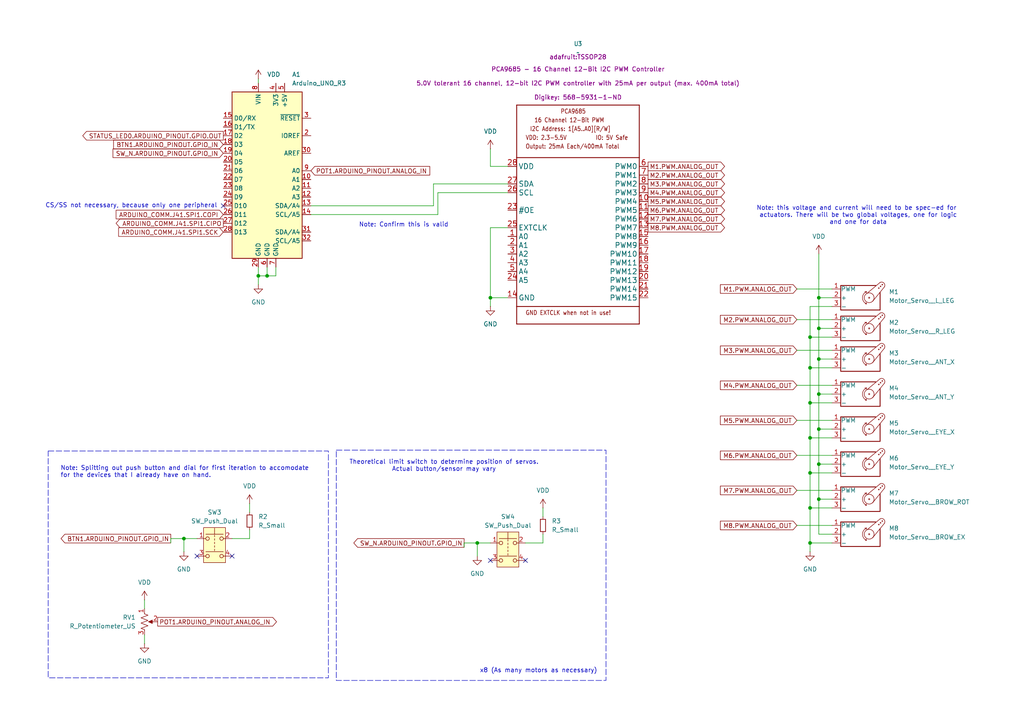
<source format=kicad_sch>
(kicad_sch (version 20250114) (generator "eeschema") (generator_version "9.0")
  (paper "A4")
  (title_block (title "Low-Level Controller") (company "Alexander Adranly"))
  (lib_symbols
    (symbol "Adafruit:PCA9685"
      (property "Reference" "U" (at -17.78 35.56 0))
      (symbol "PCA9685_1_0"
        (polyline (pts (xy -17.78 33.02) (xy 17.78 33.02)) (stroke (width 0.254)))
        (polyline (pts (xy -17.78 17.78) (xy -17.78 33.02)) (stroke (width 0.254)))
        (polyline (pts (xy -17.78 17.78) (xy 17.78 17.78)) (stroke (width 0.254)))
        (polyline (pts (xy -17.78 -25.4) (xy -17.78 17.78)) (stroke (width 0.254)))
        (polyline (pts (xy -17.78 -25.4) (xy 17.78 -25.4)) (stroke (width 0.254)))
        (polyline (pts (xy -17.78 -30.48) (xy -17.78 -25.4)) (stroke (width 0.254)))
        (polyline (pts (xy 17.78 17.78) (xy 17.78 33.02)) (stroke (width 0.254)))
        (polyline (pts (xy 17.78 17.78) (xy 17.78 -30.48)) (stroke (width 0.254)))
        (polyline (pts (xy 17.78 -30.48) (xy -17.78 -30.48)) (stroke (width 0.254)))
        (text "VDD: 2.3-5.5V" (at -15.24 22.86 0) (effects (font (size 1.27 1.0795)) (justify left bottom)))
        (text "Output: 25mA Each/400mA Total" (at -15.24 20.32 0) (effects (font (size 1.27 1.0795)) (justify left bottom)))
        (text "GND EXTCLK when not in use!" (at -15.24 -27.94 0) (effects (font (size 1.27 1.0795)) (justify left bottom)))
        (text "I2C Address: 1[A5..A0][R/W]" (at -13.97 25.4 0) (effects (font (size 1.27 1.0795)) (justify left bottom)))
        (text "16 Channel 12-Bit PWM" (at -12.7 27.94 0) (effects (font (size 1.27 1.0795)) (justify left bottom)))
        (text "PCA9685" (at -5.08 30.48 0) (effects (font (size 1.27 1.0795)) (justify left bottom)))
        (text "IO: 5V Safe" (at 5.08 22.86 0) (effects (font (size 1.27 1.0795)) (justify left bottom)))
        (pin power_in line (at -20.32 15.24 0) (length 2.54) (name "VDD") (number "28"))
        (pin bidirectional line (at -20.32 10.16 0) (length 2.54) (name "SDA") (number "27"))
        (pin bidirectional line (at -20.32 7.62 0) (length 2.54) (name "SCL") (number "26"))
        (pin input line (at -20.32 2.54 0) (length 2.54) (name "#OE") (number "23"))
        (pin input line (at -20.32 -2.54 0) (length 2.54) (name "EXTCLK") (number "25"))
        (pin bidirectional line (at -20.32 -5.08 0) (length 2.54) (name "A0") (number "1"))
        (pin bidirectional line (at -20.32 -7.62 0) (length 2.54) (name "A1") (number "2"))
        (pin bidirectional line (at -20.32 -10.16 0) (length 2.54) (name "A2") (number "3"))
        (pin bidirectional line (at -20.32 -12.7 0) (length 2.54) (name "A3") (number "4"))
        (pin bidirectional line (at -20.32 -15.24 0) (length 2.54) (name "A4") (number "5"))
        (pin bidirectional line (at -20.32 -17.78 0) (length 2.54) (name "A5") (number "24"))
        (pin power_in line (at -20.32 -22.86 0) (length 2.54) (name "GND") (number "14"))
        (pin output line (at 20.32 15.24 180) (length 2.54) (name "PWM0") (number "6"))
        (pin output line (at 20.32 12.7 180) (length 2.54) (name "PWM1") (number "7"))
        (pin output line (at 20.32 10.16 180) (length 2.54) (name "PWM2") (number "8"))
        (pin output line (at 20.32 7.62 180) (length 2.54) (name "PWM3") (number "9"))
        (pin output line (at 20.32 5.08 180) (length 2.54) (name "PWM4") (number "10"))
        (pin output line (at 20.32 2.54 180) (length 2.54) (name "PWM5") (number "11"))
        (pin output line (at 20.32 0 180) (length 2.54) (name "PWM6") (number "12"))
        (pin output line (at 20.32 -2.54 180) (length 2.54) (name "PWM7") (number "13"))
        (pin output line (at 20.32 -5.08 180) (length 2.54) (name "PWM8") (number "15"))
        (pin output line (at 20.32 -7.62 180) (length 2.54) (name "PWM9") (number "16"))
        (pin output line (at 20.32 -10.16 180) (length 2.54) (name "PWM10") (number "17"))
        (pin output line (at 20.32 -12.7 180) (length 2.54) (name "PWM11") (number "18"))
        (pin output line (at 20.32 -15.24 180) (length 2.54) (name "PWM12") (number "19"))
        (pin output line (at 20.32 -17.78 180) (length 2.54) (name "PWM13") (number "20"))
        (pin output line (at 20.32 -20.32 180) (length 2.54) (name "PWM14") (number "21"))
        (pin output line (at 20.32 -22.86 180) (length 2.54) (name "PWM15") (number "22"))
      )
    )
    (symbol "Device:R_Potentiometer_US" (pin_names (offset 1.016) (hide yes))
      (property "Reference" "RV" (at -4.445 0 90))
      (property "Value" "R_Potentiometer_US" (at -2.54 0 90))
      (symbol "R_Potentiometer_US_0_1"
        (polyline (pts (xy 0 2.54) (xy 0 2.286)))
        (polyline (pts (xy 0 2.286) (xy 1.016 1.905) (xy 0 1.524) (xy -1.016 1.143) (xy 0 0.762)))
        (polyline (pts (xy 0 0.762) (xy 1.016 0.381) (xy 0 0) (xy -1.016 -0.381) (xy 0 -0.762)))
        (polyline (pts (xy 0 -0.762) (xy 1.016 -1.143) (xy 0 -1.524) (xy -1.016 -1.905) (xy 0 -2.286)))
        (polyline (pts (xy 0 -2.286) (xy 0 -2.54)))
        (polyline (pts (xy 1.143 0) (xy 2.286 0.508) (xy 2.286 -0.508) (xy 1.143 0)) (fill (type outline)))
        (polyline (pts (xy 2.54 0) (xy 1.524 0)))
      )
      (symbol "R_Potentiometer_US_1_1"
        (pin passive line (at 0 3.81 270) (length 1.27) (name "1") (number "1"))
        (pin passive line (at 0 -3.81 90) (length 1.27) (name "3") (number "3"))
        (pin passive line (at 3.81 0 180) (length 1.27) (name "2") (number "2"))
      )
    )
    (symbol "Device:R_Small" (pin_numbers (hide yes)) (pin_names (offset 0.254) (hide yes))
      (property "Reference" "R" (at 0.762 0.508 0))
      (property "Value" "R_Small" (at 0.762 -1.016 0))
      (symbol "R_Small_0_1"
        (rectangle (start -0.762 1.778) (end 0.762 -1.778) (stroke (width 0.2032)))
      )
      (symbol "R_Small_1_1"
        (pin passive line (at 0 2.54 270) (length 0.762) (name "~") (number "1"))
        (pin passive line (at 0 -2.54 90) (length 0.762) (name "~") (number "2"))
      )
    )
    (symbol "MCU_Module:Arduino_UNO_R3"
      (property "Reference" "A" (at -10.16 23.495 0))
      (property "Value" "Arduino_UNO_R3" (at 5.08 -26.67 0))
      (symbol "Arduino_UNO_R3_0_1"
        (rectangle (start -10.16 22.86) (end 10.16 -25.4) (stroke (width 0.254)) (fill (type background)))
      )
      (symbol "Arduino_UNO_R3_1_1"
        (pin bidirectional line (at -12.7 15.24 0) (length 2.54) (name "D0/RX") (number "15"))
        (pin bidirectional line (at -12.7 12.7 0) (length 2.54) (name "D1/TX") (number "16"))
        (pin bidirectional line (at -12.7 10.16 0) (length 2.54) (name "D2") (number "17"))
        (pin bidirectional line (at -12.7 7.62 0) (length 2.54) (name "D3") (number "18"))
        (pin bidirectional line (at -12.7 5.08 0) (length 2.54) (name "D4") (number "19"))
        (pin bidirectional line (at -12.7 2.54 0) (length 2.54) (name "D5") (number "20"))
        (pin bidirectional line (at -12.7 0 0) (length 2.54) (name "D6") (number "21"))
        (pin bidirectional line (at -12.7 -2.54 0) (length 2.54) (name "D7") (number "22"))
        (pin bidirectional line (at -12.7 -5.08 0) (length 2.54) (name "D8") (number "23"))
        (pin bidirectional line (at -12.7 -7.62 0) (length 2.54) (name "D9") (number "24"))
        (pin bidirectional line (at -12.7 -10.16 0) (length 2.54) (name "D10") (number "25"))
        (pin bidirectional line (at -12.7 -12.7 0) (length 2.54) (name "D11") (number "26"))
        (pin bidirectional line (at -12.7 -15.24 0) (length 2.54) (name "D12") (number "27"))
        (pin bidirectional line (at -12.7 -17.78 0) (length 2.54) (name "D13") (number "28"))
        (pin no_connect line (at -10.16 -20.32 0) (length 2.54) (hide yes) (name "NC") (number "1"))
        (pin power_in line (at -2.54 25.4 270) (length 2.54) (name "VIN") (number "8"))
        (pin power_in line (at -2.54 -27.94 90) (length 2.54) (name "GND") (number "29"))
        (pin power_in line (at 0 -27.94 90) (length 2.54) (name "GND") (number "6"))
        (pin power_out line (at 2.54 25.4 270) (length 2.54) (name "3V3") (number "4"))
        (pin power_in line (at 2.54 -27.94 90) (length 2.54) (name "GND") (number "7"))
        (pin power_out line (at 5.08 25.4 270) (length 2.54) (name "+5V") (number "5"))
        (pin input line (at 12.7 15.24 180) (length 2.54) (name "~{RESET}") (number "3"))
        (pin output line (at 12.7 10.16 180) (length 2.54) (name "IOREF") (number "2"))
        (pin input line (at 12.7 5.08 180) (length 2.54) (name "AREF") (number "30"))
        (pin bidirectional line (at 12.7 0 180) (length 2.54) (name "A0") (number "9"))
        (pin bidirectional line (at 12.7 -2.54 180) (length 2.54) (name "A1") (number "10"))
        (pin bidirectional line (at 12.7 -5.08 180) (length 2.54) (name "A2") (number "11"))
        (pin bidirectional line (at 12.7 -7.62 180) (length 2.54) (name "A3") (number "12"))
        (pin bidirectional line (at 12.7 -10.16 180) (length 2.54) (name "SDA/A4") (number "13"))
        (pin bidirectional line (at 12.7 -12.7 180) (length 2.54) (name "SCL/A5") (number "14"))
        (pin bidirectional line (at 12.7 -17.78 180) (length 2.54) (name "SDA/A4") (number "31"))
        (pin bidirectional line (at 12.7 -20.32 180) (length 2.54) (name "SCL/A5") (number "32"))
      )
    )
    (symbol "Motor:Motor_Servo" (pin_names (offset 0.0254))
      (property "Reference" "M" (at -5.08 4.445 0))
      (property "Value" "Motor_Servo" (at -5.08 -4.064 0))
      (symbol "Motor_Servo_0_1"
        (polyline (pts (xy 2.413 1.778) (xy 1.905 1.778)))
        (polyline (pts (xy 2.413 1.778) (xy 2.286 1.397)))
        (polyline (pts (xy 2.413 -1.778) (xy 2.032 -1.778)))
        (polyline (pts (xy 2.413 -1.778) (xy 2.286 -1.397)))
        (arc (start 2.413 -1.778) (mid 1.2406 0) (end 2.413 1.778))
        (circle (center 3.175 0) (radius 0.1778))
        (circle (center 3.175 0) (radius 1.4224))
        (polyline (pts (xy 5.08 3.556) (xy -5.08 3.556) (xy -5.08 -3.556) (xy 6.35 -3.556) (xy 6.35 1.524)) (stroke (width 0.254)))
        (circle (center 5.969 2.794) (radius 0.127))
        (polyline (pts (xy 6.35 4.445) (xy 2.54 1.27)))
        (circle (center 6.477 3.302) (radius 0.127))
        (arc (start 6.35 4.445) (mid 7.4487 4.2737) (end 7.62 3.175))
        (circle (center 6.985 3.81) (radius 0.127))
        (polyline (pts (xy 7.62 3.175) (xy 4.191 -1.016)))
      )
      (symbol "Motor_Servo_1_1"
        (pin passive line (at -7.62 2.54 0) (length 2.54) (name "PWM") (number "1"))
        (pin passive line (at -7.62 0 0) (length 2.54) (name "+") (number "2"))
        (pin passive line (at -7.62 -2.54 0) (length 2.54) (name "-") (number "3"))
      )
    )
    (symbol "Switch:SW_Push_Dual" (pin_names (offset 1.016) (hide yes))
      (property "Reference" "SW" (at 0 7.62 0))
      (property "Value" "SW_Push_Dual" (at 0 -6.35 0))
      (symbol "SW_Push_Dual_0_1"
        (circle (center -2.032 2.54) (radius 0.508))
        (circle (center -2.032 -2.54) (radius 0.508))
        (polyline (pts (xy 0 3.81) (xy 0 5.588)))
        (polyline (pts (xy 0 3.048) (xy 0 3.556)))
        (polyline (pts (xy 0 2.032) (xy 0 2.54)))
        (polyline (pts (xy 0 1.016) (xy 0 1.524)))
        (polyline (pts (xy 0 0.508) (xy 0 0)))
        (polyline (pts (xy 0 -0.508) (xy 0 -1.016)))
        (circle (center 2.032 2.54) (radius 0.508))
        (circle (center 2.032 -2.54) (radius 0.508))
        (polyline (pts (xy 2.54 3.81) (xy -2.54 3.81)))
        (polyline (pts (xy 2.54 -1.27) (xy -2.54 -1.27)))
        (pin passive line (at -5.08 2.54 0) (length 2.54) (name "1") (number "1"))
        (pin passive line (at -5.08 -2.54 0) (length 2.54) (name "3") (number "3"))
        (pin passive line (at 5.08 2.54 180) (length 2.54) (name "2") (number "2"))
        (pin passive line (at 5.08 -2.54 180) (length 2.54) (name "4") (number "4"))
      )
      (symbol "SW_Push_Dual_1_1"
        (rectangle (start -3.175 5.715) (end 3.175 -4.445) (fill (type background)))
      )
    )
    (symbol "power:GND" (power) (pin_numbers (hide yes)) (pin_names (offset 0) (hide yes))
      (property "Value" "GND" (at 0 -3.81 0))
      (symbol "GND_0_1"
        (polyline (pts (xy 0 0) (xy 0 -1.27) (xy 1.27 -1.27) (xy 0 -2.54) (xy -1.27 -1.27) (xy 0 -1.27)))
      )
      (symbol "GND_1_1"
        (pin power_in line (at 0 0 270) (length 0) (name "~") (number "1"))
      )
    )
    (symbol "power:VCC" (power) (pin_numbers (hide yes)) (pin_names (offset 0) (hide yes))
      (property "Value" "VCC" (at 0 3.556 0))
      (symbol "VCC_0_1"
        (polyline (pts (xy -0.762 1.27) (xy 0 2.54)))
        (polyline (pts (xy 0 2.54) (xy 0.762 1.27)))
        (polyline (pts (xy 0 0) (xy 0 2.54)))
      )
      (symbol "VCC_1_1"
        (pin power_in line (at 0 0 90) (length 0) (name "~") (number "1"))
      )
    )
    (symbol "power:VDD" (power) (pin_numbers (hide yes)) (pin_names (offset 0) (hide yes))
      (property "Value" "VDD" (at 0 3.556 0))
      (symbol "VDD_0_1"
        (polyline (pts (xy -0.762 1.27) (xy 0 2.54)))
        (polyline (pts (xy 0 2.54) (xy 0.762 1.27)))
        (polyline (pts (xy 0 0) (xy 0 2.54)))
      )
      (symbol "VDD_1_1"
        (pin power_in line (at 0 0 90) (length 0) (name "~") (number "1"))
      )
    )
  )
  (rectangle (start 13.97 130.81) (end 95.25 196.596) (stroke (width 0) (type dash)))
  (rectangle (start 97.536 130.556) (end 175.768 197.358) (stroke (width 0) (type dash)))
  (text "Note: Splitting out push button and dial for first iteration to accomodate\nfor the devices that I already have on hand." (at 17.526 136.906 0) (effects (font (size 1.27 1.27) (thickness 0.1588)) (justify left)))
  (text "Note: Confirm this is valid" (at 117.094 65.278 0) (effects (font (size 1.27 1.27))))
  (text "Theoretical limit switch to determine position of servos.\nActual button/sensor may vary" (at 128.778 135.128 0) (effects (font (size 1.27 1.27))))
  (text "CS/SS not necessary, because only one peripheral" (at 38.1 59.69 0) (effects (font (size 1.27 1.27))))
  (text "x8 (As many motors as necessary)" (at 156.21 194.564 0) (effects (font (size 1.27 1.27))))
  (text "Note: this voltage and current will need to be spec-ed for \nactuators. There will be two global voltages, one for logic\nand one for data" (at 248.92 62.484 0) (effects (font (size 1.27 1.27))))
  (junction (at 237.49 86.36))
  (junction (at 138.43 157.48))
  (junction (at 234.95 97.79))
  (junction (at 234.95 147.32))
  (junction (at 237.49 104.14))
  (junction (at 77.47 80.01))
  (junction (at 237.49 124.46))
  (junction (at 237.49 95.25))
  (junction (at 234.95 137.16))
  (junction (at 234.95 106.68))
  (junction (at 234.95 116.84))
  (junction (at 53.34 156.21))
  (junction (at 142.24 86.36))
  (junction (at 74.93 80.01))
  (junction (at 237.49 134.62))
  (junction (at 237.49 114.3))
  (junction (at 234.95 127))
  (junction (at 234.95 157.48))
  (junction (at 237.49 144.78))
  (no_connect (at 57.15 161.29))
  (no_connect (at 142.24 162.56))
  (no_connect (at 64.77 59.69))
  (no_connect (at 152.4 162.56))
  (no_connect (at 67.31 161.29))
  (wire (pts (xy 237.49 114.3) (xy 237.49 104.14)))
  (wire (pts (xy 231.14 132.08) (xy 241.3 132.08)))
  (wire (pts (xy 147.32 86.36) (xy 142.24 86.36)))
  (wire (pts (xy 127 55.88) (xy 127 62.23)))
  (wire (pts (xy 231.14 101.6) (xy 241.3 101.6)))
  (wire (pts (xy 157.48 149.86) (xy 157.48 147.32)))
  (wire (pts (xy 241.3 104.14) (xy 237.49 104.14)))
  (wire (pts (xy 241.3 97.79) (xy 234.95 97.79)))
  (wire (pts (xy 234.95 106.68) (xy 234.95 116.84)))
  (wire (pts (xy 234.95 97.79) (xy 234.95 106.68)))
  (wire (pts (xy 72.39 153.67) (xy 72.39 156.21)))
  (wire (pts (xy 237.49 104.14) (xy 237.49 95.25)))
  (wire (pts (xy 142.24 66.04) (xy 142.24 86.36)))
  (wire (pts (xy 241.3 137.16) (xy 234.95 137.16)))
  (wire (pts (xy 147.32 66.04) (xy 142.24 66.04)))
  (wire (pts (xy 234.95 116.84) (xy 234.95 127)))
  (wire (pts (xy 147.32 55.88) (xy 127 55.88)))
  (wire (pts (xy 241.3 114.3) (xy 237.49 114.3)))
  (wire (pts (xy 237.49 95.25) (xy 237.49 86.36)))
  (wire (pts (xy 231.14 83.82) (xy 241.3 83.82)))
  (wire (pts (xy 234.95 157.48) (xy 241.3 157.48)))
  (wire (pts (xy 237.49 73.66) (xy 237.49 86.36)))
  (wire (pts (xy 142.24 157.48) (xy 138.43 157.48)))
  (wire (pts (xy 231.14 121.92) (xy 241.3 121.92)))
  (wire (pts (xy 138.43 157.48) (xy 138.43 161.29)))
  (wire (pts (xy 125.73 59.69) (xy 125.73 53.34)))
  (wire (pts (xy 237.49 144.78) (xy 237.49 134.62)))
  (wire (pts (xy 74.93 22.86) (xy 74.93 24.13)))
  (wire (pts (xy 142.24 48.26) (xy 142.24 43.18)))
  (wire (pts (xy 231.14 92.71) (xy 241.3 92.71)))
  (wire (pts (xy 237.49 154.94) (xy 237.49 144.78)))
  (wire (pts (xy 231.14 152.4) (xy 241.3 152.4)))
  (wire (pts (xy 241.3 88.9) (xy 234.95 88.9)))
  (wire (pts (xy 49.53 156.21) (xy 49.53 157.48)))
  (wire (pts (xy 241.3 95.25) (xy 237.49 95.25)))
  (wire (pts (xy 72.39 148.59) (xy 72.39 146.05)))
  (wire (pts (xy 138.43 157.48) (xy 134.62 157.48)))
  (wire (pts (xy 147.32 48.26) (xy 142.24 48.26)))
  (wire (pts (xy 231.14 111.76) (xy 241.3 111.76)))
  (wire (pts (xy 241.3 154.94) (xy 237.49 154.94)))
  (wire (pts (xy 90.17 59.69) (xy 125.73 59.69)))
  (wire (pts (xy 231.14 142.24) (xy 241.3 142.24)))
  (wire (pts (xy 234.95 88.9) (xy 234.95 97.79)))
  (wire (pts (xy 134.62 157.48) (xy 134.62 158.75)))
  (wire (pts (xy 77.47 80.01) (xy 74.93 80.01)))
  (wire (pts (xy 241.3 116.84) (xy 234.95 116.84)))
  (wire (pts (xy 241.3 147.32) (xy 234.95 147.32)))
  (wire (pts (xy 237.49 86.36) (xy 241.3 86.36)))
  (wire (pts (xy 142.24 86.36) (xy 142.24 88.9)))
  (wire (pts (xy 241.3 144.78) (xy 237.49 144.78)))
  (wire (pts (xy 234.95 147.32) (xy 234.95 157.48)))
  (wire (pts (xy 57.15 156.21) (xy 53.34 156.21)))
  (wire (pts (xy 234.95 160.02) (xy 234.95 157.48)))
  (wire (pts (xy 241.3 127) (xy 234.95 127)))
  (wire (pts (xy 237.49 124.46) (xy 237.49 114.3)))
  (wire (pts (xy 237.49 134.62) (xy 237.49 124.46)))
  (wire (pts (xy 77.47 77.47) (xy 77.47 80.01)))
  (wire (pts (xy 41.91 176.53) (xy 41.91 173.99)))
  (wire (pts (xy 241.3 124.46) (xy 237.49 124.46)))
  (wire (pts (xy 241.3 106.68) (xy 234.95 106.68)))
  (wire (pts (xy 157.48 157.48) (xy 152.4 157.48)))
  (wire (pts (xy 80.01 80.01) (xy 77.47 80.01)))
  (wire (pts (xy 127 62.23) (xy 90.17 62.23)))
  (wire (pts (xy 41.91 186.69) (xy 41.91 184.15)))
  (wire (pts (xy 234.95 127) (xy 234.95 137.16)))
  (wire (pts (xy 157.48 154.94) (xy 157.48 157.48)))
  (wire (pts (xy 72.39 156.21) (xy 67.31 156.21)))
  (wire (pts (xy 125.73 53.34) (xy 147.32 53.34)))
  (wire (pts (xy 53.34 156.21) (xy 53.34 160.02)))
  (wire (pts (xy 53.34 156.21) (xy 49.53 156.21)))
  (wire (pts (xy 241.3 134.62) (xy 237.49 134.62)))
  (wire (pts (xy 80.01 77.47) (xy 80.01 80.01)))
  (wire (pts (xy 74.93 80.01) (xy 74.93 77.47)))
  (wire (pts (xy 74.93 82.55) (xy 74.93 80.01)))
  (wire (pts (xy 234.95 137.16) (xy 234.95 147.32)))
  (global_label "ARDUINO_COMM.J41.SPI1.COPI" (shape input) (at 64.77 62.23 180) (property "Intersheetrefs" "${INTERSHEET_REFS}" (effects (hide yes))))
  (global_label "M2.PWM.ANALOG_OUT" (shape output) (at 187.96 50.8 0) (effects (font (thickness 0.1588))) (property "Intersheetrefs" "${INTERSHEET_REFS}" (effects (hide yes))))
  (global_label "M4.PWM.ANALOG_OUT" (shape input) (at 231.14 111.76 180) (effects (font (thickness 0.1588))) (property "Intersheetrefs" "${INTERSHEET_REFS}" (effects (hide yes))))
  (global_label "BTN1.ARDUINO_PINOUT.GPIO_IN" (shape input) (at 64.77 41.91 180) (effects (font (thickness 0.1588))) (property "Intersheetrefs" "${INTERSHEET_REFS}" (effects (hide yes))))
  (global_label "M8.PWM.ANALOG_OUT" (shape input) (at 231.14 152.4 180) (effects (font (thickness 0.1588))) (property "Intersheetrefs" "${INTERSHEET_REFS}" (effects (hide yes))))
  (global_label "M3.PWM.ANALOG_OUT" (shape input) (at 231.14 101.6 180) (effects (font (thickness 0.1588))) (property "Intersheetrefs" "${INTERSHEET_REFS}" (effects (hide yes))))
  (global_label "M6.PWM.ANALOG_OUT" (shape output) (at 187.96 60.96 0) (effects (font (thickness 0.1588))) (property "Intersheetrefs" "${INTERSHEET_REFS}" (effects (hide yes))))
  (global_label "M8.PWM.ANALOG_OUT" (shape output) (at 187.96 66.04 0) (effects (font (thickness 0.1588))) (property "Intersheetrefs" "${INTERSHEET_REFS}" (effects (hide yes))))
  (global_label "M7.PWM.ANALOG_OUT" (shape output) (at 187.96 63.5 0) (effects (font (thickness 0.1588))) (property "Intersheetrefs" "${INTERSHEET_REFS}" (effects (hide yes))))
  (global_label "STATUS_LED0.ARDUINO_PINOUT.GPIO.OUT" (shape output) (at 64.77 39.37 180) (property "Intersheetrefs" "${INTERSHEET_REFS}" (effects (hide yes))))
  (global_label "M2.PWM.ANALOG_OUT" (shape input) (at 231.14 92.71 180) (effects (font (thickness 0.1588))) (property "Intersheetrefs" "${INTERSHEET_REFS}" (effects (hide yes))))
  (global_label "M5.PWM.ANALOG_OUT" (shape input) (at 231.14 121.92 180) (effects (font (thickness 0.1588))) (property "Intersheetrefs" "${INTERSHEET_REFS}" (effects (hide yes))))
  (global_label "POT1.ARDUINO_PINOUT.ANALOG_IN" (shape output) (at 45.72 180.34 0) (effects (font (thickness 0.1588))) (property "Intersheetrefs" "${INTERSHEET_REFS}" (effects (hide yes))))
  (global_label "SW_N.ARDUINO_PINOUT.GPIO_IN" (shape input) (at 64.77 44.45 180) (effects (font (thickness 0.1588))) (property "Intersheetrefs" "${INTERSHEET_REFS}" (effects (hide yes))))
  (global_label "M7.PWM.ANALOG_OUT" (shape input) (at 231.14 142.24 180) (effects (font (thickness 0.1588))) (property "Intersheetrefs" "${INTERSHEET_REFS}" (effects (hide yes))))
  (global_label "ARDUINO_COMM.J41.SPI1.CIPO" (shape output) (at 64.77 64.77 180) (property "Intersheetrefs" "${INTERSHEET_REFS}" (effects (hide yes))))
  (global_label "M6.PWM.ANALOG_OUT" (shape input) (at 231.14 132.08 180) (effects (font (thickness 0.1588))) (property "Intersheetrefs" "${INTERSHEET_REFS}" (effects (hide yes))))
  (global_label "M3.PWM.ANALOG_OUT" (shape output) (at 187.96 53.34 0) (effects (font (thickness 0.1588))) (property "Intersheetrefs" "${INTERSHEET_REFS}" (effects (hide yes))))
  (global_label "M5.PWM.ANALOG_OUT" (shape output) (at 187.96 58.42 0) (effects (font (thickness 0.1588))) (property "Intersheetrefs" "${INTERSHEET_REFS}" (effects (hide yes))))
  (global_label "M4.PWM.ANALOG_OUT" (shape output) (at 187.96 55.88 0) (effects (font (thickness 0.1588))) (property "Intersheetrefs" "${INTERSHEET_REFS}" (effects (hide yes))))
  (global_label "M1.PWM.ANALOG_OUT" (shape output) (at 187.96 48.26 0) (effects (font (thickness 0.1588))) (property "Intersheetrefs" "${INTERSHEET_REFS}" (effects (hide yes))))
  (global_label "BTN1.ARDUINO_PINOUT.GPIO_IN" (shape output) (at 49.53 156.21 180) (effects (font (thickness 0.1588))) (property "Intersheetrefs" "${INTERSHEET_REFS}" (effects (hide yes))))
  (global_label "SW_N.ARDUINO_PINOUT.GPIO_IN" (shape output) (at 134.62 157.48 180) (effects (font (thickness 0.1588))) (property "Intersheetrefs" "${INTERSHEET_REFS}" (effects (hide yes))))
  (global_label "M1.PWM.ANALOG_OUT" (shape input) (at 231.14 83.82 180) (effects (font (thickness 0.1588))) (property "Intersheetrefs" "${INTERSHEET_REFS}" (effects (hide yes))))
  (global_label "ARDUINO_COMM.J41.SPI1.SCK" (shape input) (at 64.77 67.31 180) (property "Intersheetrefs" "${INTERSHEET_REFS}" (effects (hide yes))))
  (global_label "POT1.ARDUINO_PINOUT.ANALOG_IN" (shape input) (at 90.17 49.53 0) (effects (font (thickness 0.1588))) (property "Intersheetrefs" "${INTERSHEET_REFS}" (effects (hide yes))))
  (symbol (lib_id "Motor:Motor_Servo") (at 248.92 104.14 0) (unit 1)
    (property "Reference" "M3" (at 257.81 102.4368 0) (effects (justify left)))
    (property "Value" "Motor_Servo__ANT_X" (at 257.81 104.9768 0) (effects (justify left)))
    (property "Datasheet" "http://forums.parallax.com/uploads/attachments/46831/74481.png" (effects (hide yes)))
    (property "Description" "Servo Motor (Futaba, HiTec, JR connector)" (effects (hide yes)))
  )
  (symbol (lib_id "Motor:Motor_Servo") (at 248.92 95.25 0) (unit 1)
    (property "Reference" "M2" (at 257.81 93.5468 0) (effects (justify left)))
    (property "Value" "Motor_Servo__R_LEG" (at 257.81 96.0868 0) (effects (justify left)))
    (property "Datasheet" "http://forums.parallax.com/uploads/attachments/46831/74481.png" (effects (hide yes)))
    (property "Description" "Servo Motor (Futaba, HiTec, JR connector)" (effects (hide yes)))
  )
  (symbol (lib_id "power:GND") (at 53.34 160.02 0) (unit 1)
    (property "Reference" "#PWR014" (effects (hide yes)))
    (property "Value" "GND" (at 53.34 165.1 0))
    (property "Description" "Power symbol creates a global label with name \"GND\" , ground" (effects (hide yes)))
  )
  (symbol (lib_id "power:VDD") (at 41.91 173.99 0) (unit 1)
    (property "Reference" "#PWR015" (effects (hide yes)))
    (property "Value" "VDD" (at 41.91 168.91 0))
    (property "Description" "Power symbol creates a global label with name \"VDD\"" (effects (hide yes)))
  )
  (symbol (lib_id "Device:R_Small") (at 157.48 152.4 0) (unit 1)
    (property "Reference" "R3" (at 160.02 151.1299 0) (effects (justify left)))
    (property "Value" "R_Small" (at 160.02 153.6699 0) (effects (justify left)))
    (property "Description" "Resistor, small symbol" (effects (hide yes)))
  )
  (symbol (lib_id "power:VCC") (at 74.93 22.86 0) (unit 1)
    (property "Reference" "#PWR09" (effects (hide yes)))
    (property "Value" "VDD" (at 77.47 21.5899 0) (effects (justify left)))
    (property "Description" "Power symbol creates a global label with name \"VCC\"" (effects (hide yes)))
  )
  (symbol (lib_id "power:GND") (at 74.93 82.55 0) (unit 1)
    (property "Reference" "#PWR010" (effects (hide yes)))
    (property "Value" "GND" (at 74.93 87.63 0))
    (property "Description" "Power symbol creates a global label with name \"GND\" , ground" (effects (hide yes)))
  )
  (symbol (lib_id "power:GND") (at 138.43 161.29 0) (unit 1)
    (property "Reference" "#PWR019" (effects (hide yes)))
    (property "Value" "GND" (at 138.43 166.37 0))
    (property "Description" "Power symbol creates a global label with name \"GND\" , ground" (effects (hide yes)))
  )
  (symbol (lib_id "MCU_Module:Arduino_UNO_R3") (at 77.47 49.53 0) (unit 1)
    (property "Reference" "A1" (at 84.6933 21.59 0) (effects (justify left)))
    (property "Value" "Arduino_UNO_R3" (at 84.6933 24.13 0) (effects (justify left)))
    (property "Footprint" "Module:Arduino_UNO_R3" (effects (hide yes)))
    (property "Datasheet" "https://www.arduino.cc/en/Main/arduinoBoardUno" (effects (hide yes)))
    (property "Description" "Arduino UNO Microcontroller Module, release 3" (effects (hide yes)))
  )
  (symbol (lib_id "Motor:Motor_Servo") (at 248.92 144.78 0) (unit 1)
    (property "Reference" "M7" (at 257.81 143.0768 0) (effects (justify left)))
    (property "Value" "Motor_Servo__BROW_ROT" (at 257.81 145.6168 0) (effects (justify left)))
    (property "Datasheet" "http://forums.parallax.com/uploads/attachments/46831/74481.png" (effects (hide yes)))
    (property "Description" "Servo Motor (Futaba, HiTec, JR connector)" (effects (hide yes)))
  )
  (symbol (lib_id "Motor:Motor_Servo") (at 248.92 124.46 0) (unit 1)
    (property "Reference" "M5" (at 257.81 122.7568 0) (effects (justify left)))
    (property "Value" "Motor_Servo__EYE_X" (at 257.81 125.2968 0) (effects (justify left)))
    (property "Datasheet" "http://forums.parallax.com/uploads/attachments/46831/74481.png" (effects (hide yes)))
    (property "Description" "Servo Motor (Futaba, HiTec, JR connector)" (effects (hide yes)))
  )
  (symbol (lib_id "Motor:Motor_Servo") (at 248.92 154.94 0) (unit 1)
    (property "Reference" "M8" (at 257.81 153.2368 0) (effects (justify left)))
    (property "Value" "Motor_Servo__BROW_EX" (at 257.81 155.7768 0) (effects (justify left)))
    (property "Datasheet" "http://forums.parallax.com/uploads/attachments/46831/74481.png" (effects (hide yes)))
    (property "Description" "Servo Motor (Futaba, HiTec, JR connector)" (effects (hide yes)))
  )
  (symbol (lib_id "power:VDD") (at 72.39 146.05 0) (unit 1)
    (property "Reference" "#PWR013" (effects (hide yes)))
    (property "Value" "VDD" (at 72.39 140.97 0))
    (property "Description" "Power symbol creates a global label with name \"VDD\"" (effects (hide yes)))
  )
  (symbol (lib_id "Device:R_Potentiometer_US") (at 41.91 180.34 0) (unit 1)
    (property "Reference" "RV1" (at 39.37 179.0699 0) (effects (justify right)))
    (property "Value" "R_Potentiometer_US" (at 39.37 181.6099 0) (effects (justify right)))
    (property "Description" "Potentiometer, US symbol" (effects (hide yes)))
  )
  (symbol (lib_id "Motor:Motor_Servo") (at 248.92 134.62 0) (unit 1)
    (property "Reference" "M6" (at 257.81 132.9168 0) (effects (justify left)))
    (property "Value" "Motor_Servo__EYE_Y" (at 257.81 135.4568 0) (effects (justify left)))
    (property "Datasheet" "http://forums.parallax.com/uploads/attachments/46831/74481.png" (effects (hide yes)))
    (property "Description" "Servo Motor (Futaba, HiTec, JR connector)" (effects (hide yes)))
  )
  (symbol (lib_id "Switch:SW_Push_Dual") (at 147.32 160.02 0) (unit 1)
    (property "Reference" "SW4" (at 147.32 149.86 0))
    (property "Value" "SW_Push_Dual" (at 147.32 152.4 0))
    (property "Description" "Push button switch, generic, symbol, four pins" (effects (hide yes)))
  )
  (symbol (lib_id "power:VCC") (at 142.24 43.18 0) (unit 1)
    (property "Reference" "#PWR012" (effects (hide yes)))
    (property "Value" "VDD" (at 142.24 38.1 0))
    (property "Description" "Power symbol creates a global label with name \"VCC\"" (effects (hide yes)))
  )
  (symbol (lib_id "Device:R_Small") (at 72.39 151.13 0) (unit 1)
    (property "Reference" "R2" (at 74.93 149.8599 0) (effects (justify left)))
    (property "Value" "R_Small" (at 74.93 152.3999 0) (effects (justify left)))
    (property "Description" "Resistor, small symbol" (effects (hide yes)))
  )
  (symbol (lib_id "Motor:Motor_Servo") (at 248.92 86.36 0) (unit 1)
    (property "Reference" "M1" (at 257.81 84.6568 0) (effects (justify left)))
    (property "Value" "Motor_Servo__L_LEG" (at 257.81 87.1968 0) (effects (justify left)))
    (property "Datasheet" "http://forums.parallax.com/uploads/attachments/46831/74481.png" (effects (hide yes)))
    (property "Description" "Servo Motor (Futaba, HiTec, JR connector)" (effects (hide yes)))
  )
  (symbol (lib_id "power:GND") (at 234.95 160.02 0) (unit 1)
    (property "Reference" "#PWR017" (effects (hide yes)))
    (property "Value" "GND" (at 234.95 165.1 0))
    (property "Description" "Power symbol creates a global label with name \"GND\" , ground" (effects (hide yes)))
  )
  (symbol (lib_id "power:VDD") (at 237.49 73.66 0) (unit 1)
    (property "Reference" "#PWR018" (effects (hide yes)))
    (property "Value" "VDD" (at 237.49 68.58 0))
    (property "Description" "Power symbol creates a global label with name \"VDD\"" (effects (hide yes)))
  )
  (symbol (lib_id "Motor:Motor_Servo") (at 248.92 114.3 0) (unit 1)
    (property "Reference" "M4" (at 257.81 112.5968 0) (effects (justify left)))
    (property "Value" "Motor_Servo__ANT_Y" (at 257.81 115.1368 0) (effects (justify left)))
    (property "Datasheet" "http://forums.parallax.com/uploads/attachments/46831/74481.png" (effects (hide yes)))
    (property "Description" "Servo Motor (Futaba, HiTec, JR connector)" (effects (hide yes)))
  )
  (symbol (lib_id "power:VDD") (at 157.48 147.32 0) (unit 1)
    (property "Reference" "#PWR020" (effects (hide yes)))
    (property "Value" "VDD" (at 157.48 142.24 0))
    (property "Description" "Power symbol creates a global label with name \"VDD\"" (effects (hide yes)))
  )
  (symbol (lib_id "power:GND") (at 142.24 88.9 0) (unit 1)
    (property "Reference" "#PWR011" (effects (hide yes)))
    (property "Value" "GND" (at 142.24 93.98 0))
    (property "Description" "Power symbol creates a global label with name \"GND\" , ground" (effects (hide yes)))
  )
  (symbol (lib_id "power:GND") (at 41.91 186.69 0) (unit 1)
    (property "Reference" "#PWR016" (effects (hide yes)))
    (property "Value" "GND" (at 41.91 191.77 0))
    (property "Description" "Power symbol creates a global label with name \"GND\" , ground" (effects (hide yes)))
  )
  (symbol (lib_id "Switch:SW_Push_Dual") (at 62.23 158.75 0) (unit 1)
    (property "Reference" "SW3" (at 62.23 148.59 0))
    (property "Value" "SW_Push_Dual" (at 62.23 151.13 0))
    (property "Description" "Push button switch, generic, symbol, four pins" (effects (hide yes)))
  )
  (symbol (lib_id "Adafruit:PCA9685") (at 167.64 63.5 0) (unit 1)
    (property "Reference" "U3" (at 167.64 12.7 0) (effects (font (size 1.27 1.0795))))
    (property "Value" "~" (at 167.64 15.24 0) (effects (font (size 1.27 1.0795))))
    (property "Footprint" "adafruit:TSSOP28" (at 167.64 16.51 0))
    (property "Description" "PCA9685 - 16 Channel 12-Bit I2C PWM Controller\n\n5.0V tolerant 16 channel, 12-bit I2C PWM controller with 25mA per output (max. 400mA total)\n\nDigikey: 568-5931-1-ND" (at 167.64 24.13 0))
  )
)
</source>
